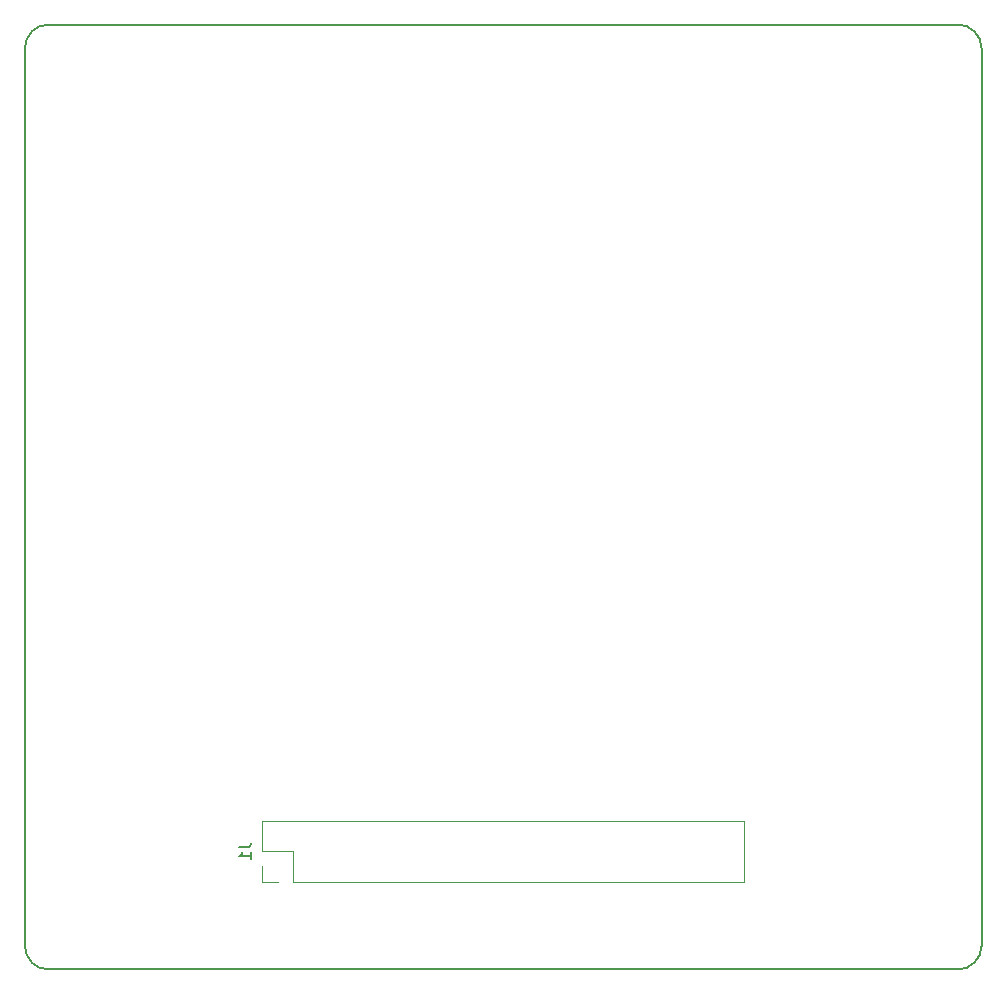
<source format=gbr>
G04 #@! TF.GenerationSoftware,KiCad,Pcbnew,5.1.5-52549c5~84~ubuntu19.10.1*
G04 #@! TF.CreationDate,2020-02-14T21:39:38+02:00*
G04 #@! TF.ProjectId,GB-BRK-SLOT-B,47422d42-524b-42d5-934c-4f542d422e6b,v1.0*
G04 #@! TF.SameCoordinates,Original*
G04 #@! TF.FileFunction,Legend,Bot*
G04 #@! TF.FilePolarity,Positive*
%FSLAX46Y46*%
G04 Gerber Fmt 4.6, Leading zero omitted, Abs format (unit mm)*
G04 Created by KiCad (PCBNEW 5.1.5-52549c5~84~ubuntu19.10.1) date 2020-02-14 21:39:38*
%MOMM*%
%LPD*%
G04 APERTURE LIST*
%ADD10C,0.150000*%
%ADD11C,0.120000*%
G04 APERTURE END LIST*
D10*
X128000000Y-148000000D02*
G75*
G02X126000000Y-150000000I-2000000J0D01*
G01*
X49000000Y-150000000D02*
G75*
G02X47000000Y-148000000I0J2000000D01*
G01*
X47000000Y-72000000D02*
G75*
G02X49000000Y-70000000I2000000J0D01*
G01*
X126000000Y-70000000D02*
G75*
G02X128000000Y-72000000I0J-2000000D01*
G01*
X128000000Y-72000000D02*
X128000000Y-148000000D01*
X49000000Y-70000000D02*
X126000000Y-70000000D01*
X49000000Y-150000000D02*
X126000000Y-150000000D01*
X47000000Y-72000000D02*
X47000000Y-148000000D01*
D11*
X67120000Y-141270000D02*
X67120000Y-142600000D01*
X67120000Y-142600000D02*
X68450000Y-142600000D01*
X67120000Y-140000000D02*
X69720000Y-140000000D01*
X69720000Y-140000000D02*
X69720000Y-142600000D01*
X69720000Y-142600000D02*
X107880000Y-142600000D01*
X107880000Y-137400000D02*
X107880000Y-142600000D01*
X67120000Y-137400000D02*
X107880000Y-137400000D01*
X67120000Y-137400000D02*
X67120000Y-140000000D01*
D10*
X65132380Y-139666666D02*
X65846666Y-139666666D01*
X65989523Y-139619047D01*
X66084761Y-139523809D01*
X66132380Y-139380952D01*
X66132380Y-139285714D01*
X66132380Y-140666666D02*
X66132380Y-140095238D01*
X66132380Y-140380952D02*
X65132380Y-140380952D01*
X65275238Y-140285714D01*
X65370476Y-140190476D01*
X65418095Y-140095238D01*
M02*

</source>
